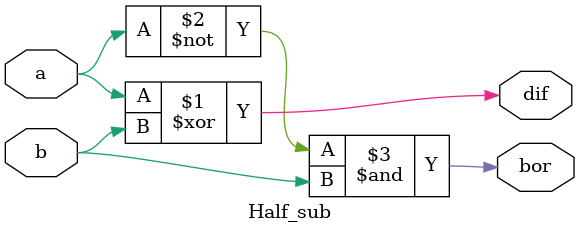
<source format=v>
module Half_sub(a,b,dif,bor);
input a,b;
output dif,bor;
assign dif=a^b;
assign bor=~a&b;
endmodule

</source>
